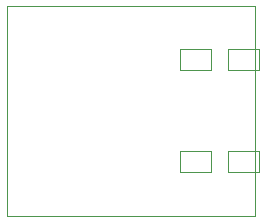
<source format=gbr>
G04 #@! TF.GenerationSoftware,KiCad,Pcbnew,8.0.3*
G04 #@! TF.CreationDate,2024-08-28T21:52:25+01:00*
G04 #@! TF.ProjectId,Seeed,53656565-642e-46b6-9963-61645f706362,rev?*
G04 #@! TF.SameCoordinates,Original*
G04 #@! TF.FileFunction,OtherDrawing,Comment*
%FSLAX46Y46*%
G04 Gerber Fmt 4.6, Leading zero omitted, Abs format (unit mm)*
G04 Created by KiCad (PCBNEW 8.0.3) date 2024-08-28 21:52:25*
%MOMM*%
%LPD*%
G01*
G04 APERTURE LIST*
%ADD10C,0.120000*%
G04 APERTURE END LIST*
D10*
G04 #@! TO.C,XIAO1*
X188071400Y-115615000D02*
X167071400Y-115615000D01*
X167071400Y-97835000D01*
X188071400Y-97835000D01*
X188071400Y-115615000D01*
X184357213Y-111853196D02*
X181690213Y-111853196D01*
X181690214Y-110075197D01*
X184357212Y-110075197D01*
X184357213Y-111853196D01*
X184357212Y-103217189D02*
X181690214Y-103217189D01*
X181690213Y-101439189D01*
X184357213Y-101439189D01*
X184357212Y-103217189D01*
X188421213Y-103217189D02*
X185754214Y-103217189D01*
X185754213Y-101439189D01*
X188421213Y-101439189D01*
X188421213Y-103217189D01*
X188421213Y-111853197D02*
X185754213Y-111853196D01*
X185754214Y-110075197D01*
X188421213Y-110075197D01*
X188421213Y-111853197D01*
G04 #@! TD*
M02*

</source>
